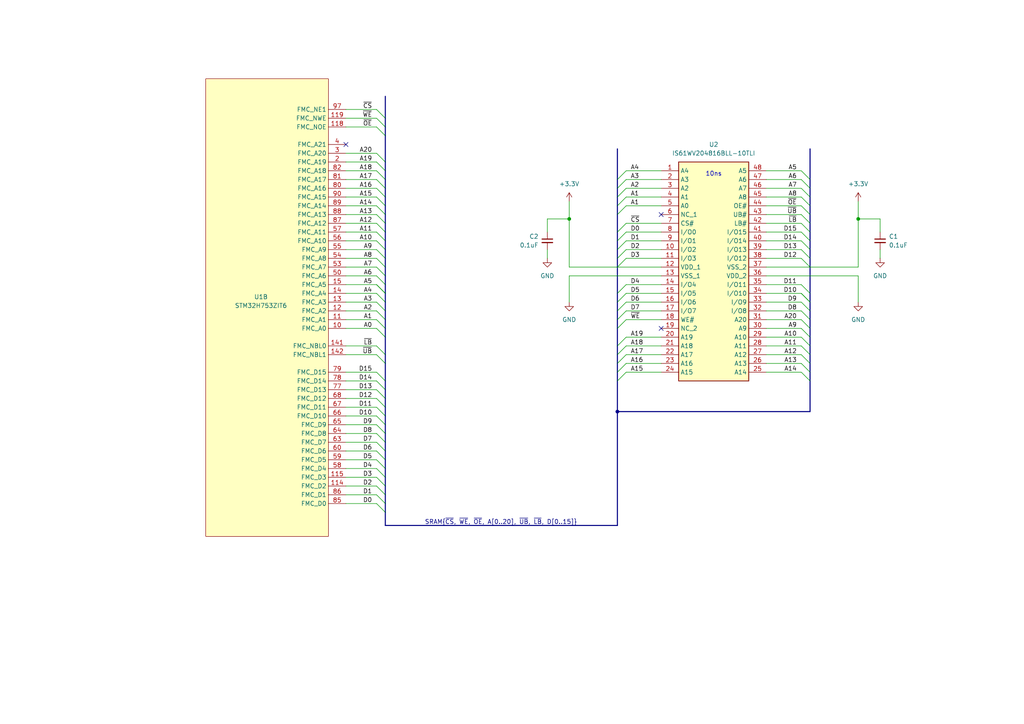
<source format=kicad_sch>
(kicad_sch (version 20231120) (generator "eeschema") (generator_version "8.0")
  (paper "A4")
  (lib_symbols
    (symbol "Device:C_Small" (pin_numbers hide) (pin_names (offset 0.254) hide)
      (property "Reference" "C" (at 0.254 1.778 0))
      (property "Value" "C_Small" (at 0.254 -2.032 0))
      (symbol "C_Small_0_1"
        (polyline (pts (xy -1.524 -0.508) (xy 1.524 -0.508)) (stroke (width 0.3302)))
        (polyline (pts (xy -1.524 0.508) (xy 1.524 0.508)) (stroke (width 0.3048)))
      )
      (symbol "C_Small_1_1"
        (pin passive line (at 0 2.54 270) (length 2.032) (name "~") (number "1"))
        (pin passive line (at 0 -2.54 90) (length 2.032) (name "~") (number "2"))
      )
    )
    (symbol "IS61WV204816BLL-10TLI:IS61WV204816BLL-10TLI"
      (property "Reference" "IC" (at 26.67 7.62 0))
      (property "Value" "IS61WV204816BLL-10TLI" (at 26.67 5.08 0))
      (symbol "IS61WV204816BLL-10TLI_1_1"
        (rectangle (start 5.08 2.54) (end 25.4 -60.96) (stroke (width 0.254)) (fill (type background)))
        (pin passive line (at 0 0 0) (length 5.08) (name "A4") (number "1"))
        (pin passive line (at 0 -22.86 0) (length 5.08) (name "I/O2") (number "10"))
        (pin passive line (at 0 -25.4 0) (length 5.08) (name "I/O3") (number "11"))
        (pin passive line (at 0 -27.94 0) (length 5.08) (name "VDD_1") (number "12"))
        (pin passive line (at 0 -30.48 0) (length 5.08) (name "VSS_1") (number "13"))
        (pin passive line (at 0 -33.02 0) (length 5.08) (name "I/O4") (number "14"))
        (pin passive line (at 0 -35.56 0) (length 5.08) (name "I/O5") (number "15"))
        (pin passive line (at 0 -38.1 0) (length 5.08) (name "I/O6") (number "16"))
        (pin passive line (at 0 -40.64 0) (length 5.08) (name "I/O7") (number "17"))
        (pin passive line (at 0 -43.18 0) (length 5.08) (name "WE#") (number "18"))
        (pin passive line (at 0 -45.72 0) (length 5.08) (name "NC_2") (number "19"))
        (pin passive line (at 0 -2.54 0) (length 5.08) (name "A3") (number "2"))
        (pin passive line (at 0 -48.26 0) (length 5.08) (name "A19") (number "20"))
        (pin passive line (at 0 -50.8 0) (length 5.08) (name "A18") (number "21"))
        (pin passive line (at 0 -53.34 0) (length 5.08) (name "A17") (number "22"))
        (pin passive line (at 0 -55.88 0) (length 5.08) (name "A16") (number "23"))
        (pin passive line (at 0 -58.42 0) (length 5.08) (name "A15") (number "24"))
        (pin passive line (at 30.48 -58.42 180) (length 5.08) (name "A14") (number "25"))
        (pin passive line (at 30.48 -55.88 180) (length 5.08) (name "A13") (number "26"))
        (pin passive line (at 30.48 -53.34 180) (length 5.08) (name "A12") (number "27"))
        (pin passive line (at 30.48 -50.8 180) (length 5.08) (name "A11") (number "28"))
        (pin passive line (at 30.48 -48.26 180) (length 5.08) (name "A10") (number "29"))
        (pin passive line (at 0 -5.08 0) (length 5.08) (name "A2") (number "3"))
        (pin passive line (at 30.48 -45.72 180) (length 5.08) (name "A9") (number "30"))
        (pin passive line (at 30.48 -43.18 180) (length 5.08) (name "A20") (number "31"))
        (pin passive line (at 30.48 -40.64 180) (length 5.08) (name "I/O8") (number "32"))
        (pin passive line (at 30.48 -38.1 180) (length 5.08) (name "I/O9") (number "33"))
        (pin passive line (at 30.48 -35.56 180) (length 5.08) (name "I/O10") (number "34"))
        (pin passive line (at 30.48 -33.02 180) (length 5.08) (name "I/O11") (number "35"))
        (pin passive line (at 30.48 -30.48 180) (length 5.08) (name "VDD_2") (number "36"))
        (pin passive line (at 30.48 -27.94 180) (length 5.08) (name "VSS_2") (number "37"))
        (pin passive line (at 30.48 -25.4 180) (length 5.08) (name "I/O12") (number "38"))
        (pin passive line (at 30.48 -22.86 180) (length 5.08) (name "I/O13") (number "39"))
        (pin passive line (at 0 -7.62 0) (length 5.08) (name "A1") (number "4"))
        (pin passive line (at 30.48 -20.32 180) (length 5.08) (name "I/O14") (number "40"))
        (pin passive line (at 30.48 -17.78 180) (length 5.08) (name "I/O15") (number "41"))
        (pin passive line (at 30.48 -15.24 180) (length 5.08) (name "LB#") (number "42"))
        (pin passive line (at 30.48 -12.7 180) (length 5.08) (name "UB#") (number "43"))
        (pin passive line (at 30.48 -10.16 180) (length 5.08) (name "OE#") (number "44"))
        (pin passive line (at 30.48 -7.62 180) (length 5.08) (name "A8") (number "45"))
        (pin passive line (at 30.48 -5.08 180) (length 5.08) (name "A7") (number "46"))
        (pin passive line (at 30.48 -2.54 180) (length 5.08) (name "A6") (number "47"))
        (pin passive line (at 30.48 0 180) (length 5.08) (name "A5") (number "48"))
        (pin passive line (at 0 -10.16 0) (length 5.08) (name "A0") (number "5"))
        (pin passive line (at 0 -12.7 0) (length 5.08) (name "NC_1") (number "6"))
        (pin passive line (at 0 -15.24 0) (length 5.08) (name "CS#") (number "7"))
        (pin passive line (at 0 -17.78 0) (length 5.08) (name "I/O0") (number "8"))
        (pin passive line (at 0 -20.32 0) (length 5.08) (name "I/O1") (number "9"))
      )
    )
    (symbol "power:+3.3V" (power) (pin_numbers hide) (pin_names (offset 0) hide)
      (property "Value" "+3.3V" (at 0 3.556 0))
      (symbol "+3.3V_0_1"
        (polyline (pts (xy -0.762 1.27) (xy 0 2.54)))
        (polyline (pts (xy 0 0) (xy 0 2.54)))
        (polyline (pts (xy 0 2.54) (xy 0.762 1.27)))
      )
      (symbol "+3.3V_1_1"
        (pin power_in line (at 0 0 90) (length 0) (name "~") (number "1"))
      )
    )
    (symbol "power:GND" (power) (pin_numbers hide) (pin_names (offset 0) hide)
      (property "Value" "GND" (at 0 -3.81 0))
      (symbol "GND_0_1"
        (polyline (pts (xy 0 0) (xy 0 -1.27) (xy 1.27 -1.27) (xy 0 -2.54) (xy -1.27 -1.27) (xy 0 -1.27)))
      )
      (symbol "GND_1_1"
        (pin power_in line (at 0 0 270) (length 0) (name "~") (number "1"))
      )
    )
    (symbol "stm32h753:STM32H753ZITx" (exclude_from_sim yes)
      (property "Reference" "U1" (at -7.366 22.86 0))
      (property "Value" "STM32H753ZIT6" (at -7.366 20.32 0))
      (symbol "STM32H753ZITx_1_1"
        (rectangle (start -20.32 46.99) (end 21.59 -15.24) (fill (type background)))
        (pin power_out line (at 26.67 33.02 180) (length 5.08) (name "VCAP") (number "106"))
        (pin passive line (at 0 -20.32 90) (length 5.08) hide (name "VSS") (number "107"))
        (pin power_in line (at 3.81 52.07 270) (length 5.08) (name "VDD") (number "108"))
        (pin passive line (at 0 -20.32 90) (length 5.08) hide (name "VSS") (number "120"))
        (pin power_in line (at 6.35 52.07 270) (length 5.08) (name "VDD") (number "121"))
        (pin passive line (at 0 -20.32 90) (length 5.08) hide (name "VSS") (number "130"))
        (pin power_in line (at 8.89 52.07 270) (length 5.08) (name "VDD") (number "131"))
        (pin input line (at -11.43 -20.32 90) (length 5.08) (name "BOOT0") (number "138"))
        (pin input line (at -25.4 6.35 0) (length 5.08) (name "PDR_ON") (number "143"))
        (pin power_in line (at 11.43 52.07 270) (length 5.08) (name "VDD") (number "144"))
        (pin power_in line (at 3.81 -20.32 90) (length 5.08) (name "VSS") (number "16"))
        (pin power_in line (at -13.97 52.07 270) (length 5.08) (name "VDD") (number "17"))
        (pin bidirectional line (at -25.4 33.02 0) (length 5.08) (name "PH0") (number "23"))
        (pin bidirectional line (at -25.4 12.7 0) (length 5.08) (name "PH1") (number "24"))
        (pin input line (at -25.4 -10.16 0) (length 5.08) (name "NRST") (number "25"))
        (pin power_in line (at -11.43 52.07 270) (length 5.08) (name "VDD") (number "30"))
        (pin power_in line (at 6.35 -20.32 90) (length 5.08) (name "VSSA") (number "31"))
        (pin input line (at 27.305 23.495 180) (length 5.08) (name "VREF+") (number "32"))
        (pin power_in line (at 16.51 52.07 270) (length 5.08) (name "VDDA") (number "33"))
        (pin passive line (at 0 -20.32 90) (length 5.08) hide (name "VSS") (number "38"))
        (pin power_in line (at -8.89 52.07 270) (length 5.08) (name "VDD") (number "39"))
        (pin passive line (at 0 -20.32 90) (length 5.08) hide (name "VSS") (number "51"))
        (pin power_in line (at -6.35 52.07 270) (length 5.08) (name "VDD") (number "52"))
        (pin power_in line (at -16.51 52.07 270) (length 5.08) (name "VBAT") (number "6"))
        (pin passive line (at 0 -20.32 90) (length 5.08) hide (name "VSS") (number "61"))
        (pin power_in line (at -3.81 52.07 270) (length 5.08) (name "VDD") (number "62"))
        (pin power_out line (at 26.67 30.48 180) (length 5.08) (name "VCAP") (number "71"))
        (pin power_in line (at -1.27 52.07 270) (length 5.08) (name "VDD") (number "72"))
        (pin input line (at 26.67 -3.81 180) (length 5.08) (name "RCC_OSC32_IN") (number "8"))
        (pin passive line (at 0 -20.32 90) (length 5.08) hide (name "VSS") (number "83"))
        (pin power_in line (at 1.27 52.07 270) (length 5.08) (name "VDD") (number "84"))
        (pin output line (at 26.67 12.7 180) (length 5.08) (name "RCC_OSC32_OUT") (number "9"))
        (pin passive line (at 0 -20.32 90) (length 5.08) hide (name "VSS") (number "94"))
        (pin power_in line (at 13.97 52.07 270) (length 5.08) (name "VDD33_USB") (number "95"))
      )
      (symbol "STM32H753ZITx_2_1"
        (rectangle (start -13.97 76.2) (end 21.59 -56.515) (fill (type background)))
        (pin output line (at 26.67 3.81 180) (length 5.08) (name "FMC_A0") (number "10"))
        (pin output line (at 26.67 6.35 180) (length 5.08) (name "FMC_A1") (number "11"))
        (pin bidirectional line (at 26.67 -41.91 180) (length 5.08) (name "FMC_D2") (number "114"))
        (pin bidirectional line (at 26.67 -39.37 180) (length 5.08) (name "FMC_D3") (number "115"))
        (pin output line (at 26.67 62.23 180) (length 5.08) (name "FMC_NOE") (number "118"))
        (pin output line (at 26.67 64.77 180) (length 5.08) (name "FMC_NWE") (number "119"))
        (pin output line (at 26.67 8.89 180) (length 5.08) (name "FMC_A2") (number "12"))
        (pin output line (at 26.67 11.43 180) (length 5.08) (name "FMC_A3") (number "13"))
        (pin output line (at 26.67 13.97 180) (length 5.08) (name "FMC_A4") (number "14"))
        (pin output line (at 26.67 -1.27 180) (length 5.08) (name "FMC_NBL0") (number "141"))
        (pin output line (at 26.67 -3.81 180) (length 5.08) (name "FMC_NBL1") (number "142"))
        (pin output line (at 26.67 16.51 180) (length 5.08) (name "FMC_A5") (number "15"))
        (pin output line (at 26.67 52.07 180) (length 5.08) (name "FMC_A19") (number "2"))
        (pin output line (at 26.67 54.61 180) (length 5.08) (name "FMC_A20") (number "3"))
        (pin output line (at 26.67 57.15 180) (length 5.08) (name "FMC_A21") (number "4"))
        (pin output line (at 26.67 19.05 180) (length 5.08) (name "FMC_A6") (number "50"))
        (pin output line (at 26.67 21.59 180) (length 5.08) (name "FMC_A7") (number "53"))
        (pin output line (at 26.67 24.13 180) (length 5.08) (name "FMC_A8") (number "54"))
        (pin output line (at 26.67 26.67 180) (length 5.08) (name "FMC_A9") (number "55"))
        (pin output line (at 26.67 29.21 180) (length 5.08) (name "FMC_A10") (number "56"))
        (pin output line (at 26.67 31.75 180) (length 5.08) (name "FMC_A11") (number "57"))
        (pin bidirectional line (at 26.67 -36.83 180) (length 5.08) (name "FMC_D4") (number "58"))
        (pin bidirectional line (at 26.67 -34.29 180) (length 5.08) (name "FMC_D5") (number "59"))
        (pin bidirectional line (at 26.67 -31.75 180) (length 5.08) (name "FMC_D6") (number "60"))
        (pin bidirectional line (at 26.67 -29.21 180) (length 5.08) (name "FMC_D7") (number "63"))
        (pin bidirectional line (at 26.67 -26.67 180) (length 5.08) (name "FMC_D8") (number "64"))
        (pin bidirectional line (at 26.67 -24.13 180) (length 5.08) (name "FMC_D9") (number "65"))
        (pin bidirectional line (at 26.67 -21.59 180) (length 5.08) (name "FMC_D10") (number "66"))
        (pin bidirectional line (at 26.67 -19.05 180) (length 5.08) (name "FMC_D11") (number "67"))
        (pin bidirectional line (at 26.67 -16.51 180) (length 5.08) (name "FMC_D12") (number "68"))
        (pin bidirectional line (at 26.67 -13.97 180) (length 5.08) (name "FMC_D13") (number "77"))
        (pin bidirectional line (at 26.67 -11.43 180) (length 5.08) (name "FMC_D14") (number "78"))
        (pin bidirectional line (at 26.67 -8.89 180) (length 5.08) (name "FMC_D15") (number "79"))
        (pin output line (at 26.67 44.45 180) (length 5.08) (name "FMC_A16") (number "80"))
        (pin output line (at 26.67 46.99 180) (length 5.08) (name "FMC_A17") (number "81"))
        (pin output line (at 26.67 49.53 180) (length 5.08) (name "FMC_A18") (number "82"))
        (pin bidirectional line (at 26.67 -46.99 180) (length 5.08) (name "FMC_D0") (number "85"))
        (pin bidirectional line (at 26.67 -44.45 180) (length 5.08) (name "FMC_D1") (number "86"))
        (pin output line (at 26.67 34.29 180) (length 5.08) (name "FMC_A12") (number "87"))
        (pin output line (at 26.67 36.83 180) (length 5.08) (name "FMC_A13") (number "88"))
        (pin output line (at 26.67 39.37 180) (length 5.08) (name "FMC_A14") (number "89"))
        (pin output line (at 26.67 41.91 180) (length 5.08) (name "FMC_A15") (number "90"))
        (pin output line (at 26.67 67.31 180) (length 5.08) (name "FMC_NE1") (number "97"))
      )
      (symbol "STM32H753ZITx_3_1"
        (rectangle (start -10.16 17.145) (end 8.89 -17.145) (fill (type background)))
        (pin bidirectional line (at 13.97 -8.89 180) (length 5.08) (name "ETH_TX_EN") (number "126"))
        (pin bidirectional line (at 13.97 12.7 180) (length 5.08) (name "ETH_MDC") (number "27"))
        (pin bidirectional line (at 13.97 -12.7 180) (length 5.08) (name "ETH_REF_CLK") (number "35"))
        (pin bidirectional line (at 13.97 10.16 180) (length 5.08) (name "ETH_MDIO") (number "36"))
        (pin bidirectional line (at 13.97 -5.08 180) (length 5.08) (name "ETH_CRS_DV") (number "43"))
        (pin input line (at 13.97 0 180) (length 5.08) (name "ETH_RXD0") (number "44"))
        (pin input line (at 13.97 2.54 180) (length 5.08) (name "ETH_RXD1") (number "45"))
        (pin output line (at 13.97 5.08 180) (length 5.08) (name "ETH_TXD0") (number "73"))
        (pin output line (at 13.97 7.62 180) (length 5.08) (name "ETH_TXD1") (number "74"))
      )
      (symbol "STM32H753ZITx_4_1"
        (rectangle (start -12.065 31.115) (end 11.43 -5.715) (fill (type background)))
        (pin input line (at 16.51 7.62 180) (length 5.08) (name "USB_OTG_FS_VBUS") (number "101"))
        (pin bidirectional line (at 16.51 12.7 180) (length 5.08) (name "USB_OTG_FS_DM") (number "103"))
        (pin bidirectional line (at 16.51 10.16 180) (length 5.08) (name "USB_OTG_FS_DP") (number "104"))
      )
      (symbol "STM32H753ZITx_5_1"
        (rectangle (start -11.43 30.48) (end 11.43 0.635) (fill (type background)))
        (pin bidirectional line (at 16.51 15.24 180) (length 5.08) (name "DEBUG_JTMS-SWDIO") (number "105"))
        (pin bidirectional line (at 16.51 12.7 180) (length 5.08) (name "DEBUG_JTCK-SWCLK") (number "109"))
      )
      (symbol "STM32H753ZITx_6_1"
        (rectangle (start -4.445 15.24) (end 15.24 -13.97) (fill (type background)))
        (pin bidirectional line (at 20.32 -1.27 180) (length 5.08) (name "SDMMC1_D2") (number "111"))
        (pin bidirectional line (at 20.32 1.27 180) (length 5.08) (name "SDMMC1_D3") (number "112"))
        (pin bidirectional line (at 20.32 6.35 180) (length 5.08) (name "SDMMC1_CK") (number "113"))
        (pin output line (at 20.32 3.81 180) (length 5.08) (name "SDMMC1_CMD") (number "116"))
        (pin bidirectional line (at 20.32 -6.35 180) (length 5.08) (name "SDMMC1_D0") (number "98"))
        (pin bidirectional line (at 20.32 -3.81 180) (length 5.08) (name "SDMMC1_D1") (number "99"))
      )
      (symbol "STM32H753ZITx_7_1"
        (rectangle (start -10.795 20.32) (end 11.43 -17.145) (fill (type background)))
        (pin input line (at 16.51 -8.89 180) (length 5.08) (name "UART5_RX") (number "135"))
        (pin output line (at 16.51 -11.43 180) (length 5.08) (name "UART5_TX") (number "136"))
        (pin input line (at 16.51 13.97 180) (length 5.08) (name "UART7_RX") (number "18"))
        (pin output line (at 16.51 11.43 180) (length 5.08) (name "UART7_TX") (number "19"))
        (pin output line (at 16.51 8.89 180) (length 5.08) (name "UART7_RTS") (number "20"))
        (pin input line (at 16.51 6.35 180) (length 5.08) (name "UART7_CTS") (number "21"))
      )
      (symbol "STM32H753ZITx_8_1"
        (rectangle (start -15.24 76.2) (end 12.7 -57.15) (fill (type background)))
        (pin no_connect line (at -20.32 7.62 0) (length 5.08) (name "PE2") (number "1"))
        (pin no_connect line (at 17.78 49.53 180) (length 5.08) (name "PA8") (number "100"))
        (pin no_connect line (at 17.78 44.45 180) (length 5.08) (name "PA10") (number "102"))
        (pin no_connect line (at 17.78 38.1 180) (length 5.08) (name "PA15") (number "110"))
        (pin no_connect line (at 17.78 -38.1 180) (length 5.08) (name "PD3") (number "117"))
        (pin no_connect line (at 17.78 -45.72 180) (length 5.08) (name "PD6") (number "122"))
        (pin no_connect line (at 17.78 -48.26 180) (length 5.08) (name "PD7") (number "123"))
        (pin no_connect line (at -20.32 30.48 0) (length 5.08) (name "PG9") (number "124"))
        (pin no_connect line (at -20.32 27.94 0) (length 5.08) (name "PG10") (number "125"))
        (pin no_connect line (at -20.32 22.86 0) (length 5.08) (name "PG12") (number "127"))
        (pin no_connect line (at -20.32 20.32 0) (length 5.08) (name "PG13") (number "128"))
        (pin no_connect line (at -20.32 17.78 0) (length 5.08) (name "PG14") (number "129"))
        (pin no_connect line (at -20.32 15.24 0) (length 5.08) (name "PG15") (number "132"))
        (pin no_connect line (at 17.78 25.4 180) (length 5.08) (name "PB3") (number "133"))
        (pin no_connect line (at 17.78 22.86 180) (length 5.08) (name "PB4") (number "134"))
        (pin no_connect line (at 17.78 15.24 180) (length 5.08) (name "PB7") (number "137"))
        (pin no_connect line (at 17.78 12.7 180) (length 5.08) (name "PB8") (number "139"))
        (pin no_connect line (at 17.78 10.16 180) (length 5.08) (name "PB9") (number "140"))
        (pin no_connect line (at -20.32 -15.24 0) (length 5.08) (name "PF10") (number "22"))
        (pin no_connect line (at 17.78 -10.16 180) (length 5.08) (name "PC0") (number "26"))
        (pin no_connect line (at 17.78 -15.24 180) (length 5.08) (name "PC2_C") (number "28"))
        (pin no_connect line (at 17.78 -17.78 180) (length 5.08) (name "PC3_C") (number "29"))
        (pin no_connect line (at 17.78 69.85 180) (length 5.08) (name "PA0") (number "34"))
        (pin no_connect line (at 17.78 62.23 180) (length 5.08) (name "PA3") (number "37"))
        (pin no_connect line (at 17.78 59.69 180) (length 5.08) (name "PA4") (number "40"))
        (pin no_connect line (at 17.78 57.15 180) (length 5.08) (name "PA5") (number "41"))
        (pin no_connect line (at 17.78 54.61 180) (length 5.08) (name "PA6") (number "42"))
        (pin no_connect line (at 17.78 33.02 180) (length 5.08) (name "PB0") (number "46"))
        (pin no_connect line (at 17.78 30.48 180) (length 5.08) (name "PB1") (number "47"))
        (pin no_connect line (at 17.78 27.94 180) (length 5.08) (name "PB2") (number "48"))
        (pin no_connect line (at -20.32 -17.78 0) (length 5.08) (name "PF11") (number "49"))
        (pin no_connect line (at -20.32 -2.54 0) (length 5.08) (name "PE6") (number "5"))
        (pin no_connect line (at 17.78 7.62 180) (length 5.08) (name "PB10") (number "69"))
        (pin no_connect line (at 17.78 -33.02 180) (length 5.08) (name "PC13") (number "7"))
        (pin no_connect line (at 17.78 5.08 180) (length 5.08) (name "PB11") (number "70"))
        (pin no_connect line (at 17.78 -2.54 180) (length 5.08) (name "PB14") (number "75"))
        (pin no_connect line (at 17.78 -5.08 180) (length 5.08) (name "PB15") (number "76"))
        (pin no_connect line (at -20.32 38.1 0) (length 5.08) (name "PG6") (number "91"))
        (pin no_connect line (at -20.32 35.56 0) (length 5.08) (name "PG7") (number "92"))
        (pin no_connect line (at -20.32 33.02 0) (length 5.08) (name "PG8") (number "93"))
        (pin no_connect line (at 17.78 -25.4 180) (length 5.08) (name "PC6") (number "96"))
      )
    )
  )
  (junction (at 179.07 119.38))
  (junction (at 165.1 63.5))
  (junction (at 248.92 63.5))
  (no_connect (at 100.33 41.91))
  (no_connect (at 191.77 62.23))
  (no_connect (at 191.77 95.25))
  (bus_entry (at 234.95 62.23) (size -2.54 -2.54))
  (bus_entry (at 179.07 92.71) (size 2.54 -2.54))
  (bus_entry (at 109.22 36.83) (size 2.54 2.54))
  (bus_entry (at 179.07 72.39) (size 2.54 -2.54))
  (bus_entry (at 109.22 143.51) (size 2.54 2.54))
  (bus_entry (at 234.95 57.15) (size -2.54 -2.54))
  (bus_entry (at 109.22 115.57) (size 2.54 2.54))
  (bus_entry (at 179.07 110.49) (size 2.54 -2.54))
  (bus_entry (at 109.22 138.43) (size 2.54 2.54))
  (bus_entry (at 234.95 87.63) (size -2.54 -2.54))
  (bus_entry (at 109.22 130.81) (size 2.54 2.54))
  (bus_entry (at 179.07 90.17) (size 2.54 -2.54))
  (bus_entry (at 179.07 74.93) (size 2.54 -2.54))
  (bus_entry (at 179.07 59.69) (size 2.54 -2.54))
  (bus_entry (at 109.22 110.49) (size 2.54 2.54))
  (bus_entry (at 109.22 62.23) (size 2.54 2.54))
  (bus_entry (at 109.22 92.71) (size 2.54 2.54))
  (bus_entry (at 109.22 59.69) (size 2.54 2.54))
  (bus_entry (at 234.95 105.41) (size -2.54 -2.54))
  (bus_entry (at 234.95 95.25) (size -2.54 -2.54))
  (bus_entry (at 109.22 120.65) (size 2.54 2.54))
  (bus_entry (at 179.07 57.15) (size 2.54 -2.54))
  (bus_entry (at 109.22 95.25) (size 2.54 2.54))
  (bus_entry (at 109.22 113.03) (size 2.54 2.54))
  (bus_entry (at 109.22 46.99) (size 2.54 2.54))
  (bus_entry (at 179.07 87.63) (size 2.54 -2.54))
  (bus_entry (at 109.22 49.53) (size 2.54 2.54))
  (bus_entry (at 109.22 128.27) (size 2.54 2.54))
  (bus_entry (at 234.95 100.33) (size -2.54 -2.54))
  (bus_entry (at 109.22 146.05) (size 2.54 2.54))
  (bus_entry (at 234.95 54.61) (size -2.54 -2.54))
  (bus_entry (at 109.22 123.19) (size 2.54 2.54))
  (bus_entry (at 109.22 82.55) (size 2.54 2.54))
  (bus_entry (at 234.95 90.17) (size -2.54 -2.54))
  (bus_entry (at 109.22 74.93) (size 2.54 2.54))
  (bus_entry (at 234.95 107.95) (size -2.54 -2.54))
  (bus_entry (at 234.95 92.71) (size -2.54 -2.54))
  (bus_entry (at 109.22 87.63) (size 2.54 2.54))
  (bus_entry (at 109.22 100.33) (size 2.54 2.54))
  (bus_entry (at 179.07 85.09) (size 2.54 -2.54))
  (bus_entry (at 179.07 69.85) (size 2.54 -2.54))
  (bus_entry (at 179.07 62.23) (size 2.54 -2.54))
  (bus_entry (at 179.07 107.95) (size 2.54 -2.54))
  (bus_entry (at 179.07 102.87) (size 2.54 -2.54))
  (bus_entry (at 109.22 54.61) (size 2.54 2.54))
  (bus_entry (at 109.22 118.11) (size 2.54 2.54))
  (bus_entry (at 234.95 102.87) (size -2.54 -2.54))
  (bus_entry (at 179.07 67.31) (size 2.54 -2.54))
  (bus_entry (at 234.95 69.85) (size -2.54 -2.54))
  (bus_entry (at 234.95 97.79) (size -2.54 -2.54))
  (bus_entry (at 109.22 31.75) (size 2.54 2.54))
  (bus_entry (at 109.22 102.87) (size 2.54 2.54))
  (bus_entry (at 234.95 85.09) (size -2.54 -2.54))
  (bus_entry (at 179.07 95.25) (size 2.54 -2.54))
  (bus_entry (at 109.22 52.07) (size 2.54 2.54))
  (bus_entry (at 109.22 64.77) (size 2.54 2.54))
  (bus_entry (at 109.22 34.29) (size 2.54 2.54))
  (bus_entry (at 109.22 77.47) (size 2.54 2.54))
  (bus_entry (at 109.22 72.39) (size 2.54 2.54))
  (bus_entry (at 234.95 64.77) (size -2.54 -2.54))
  (bus_entry (at 109.22 57.15) (size 2.54 2.54))
  (bus_entry (at 109.22 67.31) (size 2.54 2.54))
  (bus_entry (at 109.22 140.97) (size 2.54 2.54))
  (bus_entry (at 179.07 105.41) (size 2.54 -2.54))
  (bus_entry (at 109.22 82.55) (size 2.54 2.54))
  (bus_entry (at 234.95 74.93) (size -2.54 -2.54))
  (bus_entry (at 109.22 85.09) (size 2.54 2.54))
  (bus_entry (at 109.22 69.85) (size 2.54 2.54))
  (bus_entry (at 234.95 59.69) (size -2.54 -2.54))
  (bus_entry (at 109.22 44.45) (size 2.54 2.54))
  (bus_entry (at 234.95 52.07) (size -2.54 -2.54))
  (bus_entry (at 234.95 67.31) (size -2.54 -2.54))
  (bus_entry (at 232.41 74.93) (size 2.54 2.54))
  (bus_entry (at 109.22 133.35) (size 2.54 2.54))
  (bus_entry (at 179.07 100.33) (size 2.54 -2.54))
  (bus_entry (at 109.22 107.95) (size 2.54 2.54))
  (bus_entry (at 109.22 80.01) (size 2.54 2.54))
  (bus_entry (at 179.07 77.47) (size 2.54 -2.54))
  (bus_entry (at 179.07 52.07) (size 2.54 -2.54))
  (bus_entry (at 109.22 125.73) (size 2.54 2.54))
  (bus_entry (at 179.07 54.61) (size 2.54 -2.54))
  (bus_entry (at 109.22 90.17) (size 2.54 2.54))
  (bus_entry (at 234.95 87.63) (size -2.54 -2.54))
  (bus_entry (at 234.95 72.39) (size -2.54 -2.54))
  (bus_entry (at 109.22 135.89) (size 2.54 2.54))
  (bus_entry (at 234.95 110.49) (size -2.54 -2.54))
  (bus (pts (xy 179.07 59.69) (xy 179.07 62.23)))
  (bus (pts (xy 111.76 77.47) (xy 111.76 80.01)))
  (wire (pts (xy 232.41 67.31) (xy 222.25 67.31)))
  (bus (pts (xy 111.76 59.69) (xy 111.76 62.23)))
  (wire (pts (xy 100.33 67.31) (xy 109.22 67.31)))
  (wire (pts (xy 100.33 138.43) (xy 109.22 138.43)))
  (wire (pts (xy 248.92 58.42) (xy 248.92 63.5)))
  (wire (pts (xy 248.92 87.63) (xy 248.92 80.01)))
  (wire (pts (xy 100.33 46.99) (xy 109.22 46.99)))
  (wire (pts (xy 248.92 77.47) (xy 234.95 77.47)))
  (wire (pts (xy 165.1 58.42) (xy 165.1 63.5)))
  (wire (pts (xy 179.07 77.47) (xy 191.77 77.47)))
  (bus (pts (xy 111.76 52.07) (xy 111.76 54.61)))
  (bus (pts (xy 111.76 46.99) (xy 111.76 49.53)))
  (wire (pts (xy 100.33 44.45) (xy 109.22 44.45)))
  (bus (pts (xy 179.07 52.07) (xy 179.07 54.61)))
  (wire (pts (xy 232.41 87.63) (xy 222.25 87.63)))
  (bus (pts (xy 179.07 107.95) (xy 179.07 110.49)))
  (wire (pts (xy 100.33 146.05) (xy 109.22 146.05)))
  (wire (pts (xy 100.33 69.85) (xy 109.22 69.85)))
  (wire (pts (xy 232.41 100.33) (xy 222.25 100.33)))
  (bus (pts (xy 111.76 125.73) (xy 111.76 128.27)))
  (bus (pts (xy 111.76 74.93) (xy 111.76 77.47)))
  (wire (pts (xy 100.33 113.03) (xy 109.22 113.03)))
  (wire (pts (xy 181.61 107.95) (xy 191.77 107.95)))
  (wire (pts (xy 100.33 74.93) (xy 109.22 74.93)))
  (bus (pts (xy 179.07 43.18) (xy 179.07 52.07)))
  (wire (pts (xy 232.41 72.39) (xy 222.25 72.39)))
  (bus (pts (xy 111.76 115.57) (xy 111.76 118.11)))
  (wire (pts (xy 181.61 49.53) (xy 191.77 49.53)))
  (wire (pts (xy 100.33 135.89) (xy 109.22 135.89)))
  (bus (pts (xy 179.07 69.85) (xy 179.07 72.39)))
  (bus (pts (xy 111.76 62.23) (xy 111.76 64.77)))
  (wire (pts (xy 232.41 92.71) (xy 222.25 92.71)))
  (wire (pts (xy 165.1 63.5) (xy 165.1 77.47)))
  (wire (pts (xy 232.41 82.55) (xy 222.25 82.55)))
  (wire (pts (xy 100.33 54.61) (xy 109.22 54.61)))
  (wire (pts (xy 100.33 57.15) (xy 109.22 57.15)))
  (wire (pts (xy 255.27 72.39) (xy 255.27 74.93)))
  (wire (pts (xy 100.33 143.51) (xy 109.22 143.51)))
  (wire (pts (xy 100.33 115.57) (xy 109.22 115.57)))
  (bus (pts (xy 179.07 54.61) (xy 179.07 57.15)))
  (wire (pts (xy 165.1 87.63) (xy 165.1 80.01)))
  (bus (pts (xy 111.76 97.79) (xy 111.76 102.87)))
  (wire (pts (xy 181.61 59.69) (xy 191.77 59.69)))
  (wire (pts (xy 158.75 72.39) (xy 158.75 74.93)))
  (wire (pts (xy 232.41 102.87) (xy 222.25 102.87)))
  (bus (pts (xy 234.95 67.31) (xy 234.95 69.85)))
  (wire (pts (xy 181.61 69.85) (xy 191.77 69.85)))
  (bus (pts (xy 111.76 135.89) (xy 111.76 138.43)))
  (bus (pts (xy 234.95 90.17) (xy 234.95 92.71)))
  (bus (pts (xy 179.07 77.47) (xy 179.07 85.09)))
  (bus (pts (xy 111.76 128.27) (xy 111.76 130.81)))
  (wire (pts (xy 181.61 100.33) (xy 191.77 100.33)))
  (wire (pts (xy 100.33 107.95) (xy 109.22 107.95)))
  (bus (pts (xy 111.76 110.49) (xy 111.76 113.03)))
  (bus (pts (xy 111.76 123.19) (xy 111.76 125.73)))
  (wire (pts (xy 232.41 74.93) (xy 222.25 74.93)))
  (bus (pts (xy 179.07 57.15) (xy 179.07 59.69)))
  (bus (pts (xy 111.76 49.53) (xy 111.76 52.07)))
  (bus (pts (xy 234.95 87.63) (xy 234.95 90.17)))
  (bus (pts (xy 111.76 152.4) (xy 179.07 152.4)))
  (wire (pts (xy 232.41 85.09) (xy 222.25 85.09)))
  (bus (pts (xy 111.76 72.39) (xy 111.76 74.93)))
  (bus (pts (xy 179.07 95.25) (xy 179.07 100.33)))
  (wire (pts (xy 232.41 90.17) (xy 222.25 90.17)))
  (bus (pts (xy 111.76 36.83) (xy 111.76 39.37)))
  (bus (pts (xy 111.76 34.29) (xy 111.76 36.83)))
  (wire (pts (xy 232.41 52.07) (xy 222.25 52.07)))
  (bus (pts (xy 111.76 113.03) (xy 111.76 115.57)))
  (bus (pts (xy 234.95 105.41) (xy 234.95 107.95)))
  (bus (pts (xy 234.95 74.93) (xy 234.95 77.47)))
  (bus (pts (xy 111.76 138.43) (xy 111.76 140.97)))
  (bus (pts (xy 234.95 102.87) (xy 234.95 105.41)))
  (bus (pts (xy 179.07 85.09) (xy 179.07 87.63)))
  (bus (pts (xy 111.76 67.31) (xy 111.76 69.85)))
  (bus (pts (xy 111.76 27.94) (xy 111.76 34.29)))
  (wire (pts (xy 100.33 140.97) (xy 109.22 140.97)))
  (wire (pts (xy 165.1 77.47) (xy 179.07 77.47)))
  (wire (pts (xy 100.33 82.55) (xy 109.22 82.55)))
  (bus (pts (xy 234.95 92.71) (xy 234.95 95.25)))
  (wire (pts (xy 100.33 59.69) (xy 109.22 59.69)))
  (wire (pts (xy 181.61 92.71) (xy 191.77 92.71)))
  (wire (pts (xy 234.95 77.47) (xy 222.25 77.47)))
  (wire (pts (xy 232.41 95.25) (xy 222.25 95.25)))
  (wire (pts (xy 181.61 64.77) (xy 191.77 64.77)))
  (bus (pts (xy 111.76 146.05) (xy 111.76 148.59)))
  (wire (pts (xy 181.61 97.79) (xy 191.77 97.79)))
  (bus (pts (xy 111.76 120.65) (xy 111.76 123.19)))
  (bus (pts (xy 111.76 85.09) (xy 111.76 87.63)))
  (wire (pts (xy 181.61 105.41) (xy 191.77 105.41)))
  (wire (pts (xy 181.61 85.09) (xy 191.77 85.09)))
  (wire (pts (xy 100.33 72.39) (xy 109.22 72.39)))
  (bus (pts (xy 179.07 72.39) (xy 179.07 74.93)))
  (wire (pts (xy 181.61 72.39) (xy 191.77 72.39)))
  (wire (pts (xy 100.33 110.49) (xy 109.22 110.49)))
  (bus (pts (xy 111.76 64.77) (xy 111.76 67.31)))
  (wire (pts (xy 100.33 49.53) (xy 109.22 49.53)))
  (wire (pts (xy 232.41 64.77) (xy 222.25 64.77)))
  (bus (pts (xy 111.76 105.41) (xy 111.76 110.49)))
  (bus (pts (xy 179.07 119.38) (xy 234.95 119.38)))
  (wire (pts (xy 100.33 34.29) (xy 109.22 34.29)))
  (bus (pts (xy 179.07 102.87) (xy 179.07 105.41)))
  (wire (pts (xy 232.41 105.41) (xy 222.25 105.41)))
  (bus (pts (xy 111.76 102.87) (xy 111.76 105.41)))
  (bus (pts (xy 111.76 92.71) (xy 111.76 95.25)))
  (bus (pts (xy 111.76 82.55) (xy 111.76 85.09)))
  (bus (pts (xy 111.76 87.63) (xy 111.76 90.17)))
  (bus (pts (xy 234.95 119.38) (xy 234.95 110.49)))
  (wire (pts (xy 158.75 63.5) (xy 165.1 63.5)))
  (bus (pts (xy 111.76 57.15) (xy 111.76 59.69)))
  (bus (pts (xy 111.76 148.59) (xy 111.76 152.4)))
  (bus (pts (xy 179.07 92.71) (xy 179.07 95.25)))
  (wire (pts (xy 232.41 107.95) (xy 222.25 107.95)))
  (bus (pts (xy 111.76 90.17) (xy 111.76 92.71)))
  (wire (pts (xy 181.61 67.31) (xy 191.77 67.31)))
  (wire (pts (xy 232.41 49.53) (xy 222.25 49.53)))
  (wire (pts (xy 255.27 67.31) (xy 255.27 63.5)))
  (wire (pts (xy 181.61 74.93) (xy 191.77 74.93)))
  (wire (pts (xy 100.33 87.63) (xy 109.22 87.63)))
  (wire (pts (xy 181.61 52.07) (xy 191.77 52.07)))
  (bus (pts (xy 179.07 62.23) (xy 179.07 67.31)))
  (wire (pts (xy 232.41 54.61) (xy 222.25 54.61)))
  (bus (pts (xy 179.07 67.31) (xy 179.07 69.85)))
  (wire (pts (xy 100.33 125.73) (xy 109.22 125.73)))
  (wire (pts (xy 100.33 90.17) (xy 109.22 90.17)))
  (wire (pts (xy 100.33 85.09) (xy 109.22 85.09)))
  (wire (pts (xy 158.75 67.31) (xy 158.75 63.5)))
  (bus (pts (xy 111.76 143.51) (xy 111.76 146.05)))
  (bus (pts (xy 179.07 119.38) (xy 179.07 152.4)))
  (wire (pts (xy 100.33 31.75) (xy 109.22 31.75)))
  (bus (pts (xy 234.95 95.25) (xy 234.95 97.79)))
  (bus (pts (xy 179.07 110.49) (xy 179.07 119.38)))
  (wire (pts (xy 232.41 59.69) (xy 222.25 59.69)))
  (bus (pts (xy 111.76 130.81) (xy 111.76 133.35)))
  (bus (pts (xy 234.95 97.79) (xy 234.95 100.33)))
  (wire (pts (xy 165.1 80.01) (xy 191.77 80.01)))
  (wire (pts (xy 232.41 62.23) (xy 222.25 62.23)))
  (wire (pts (xy 181.61 57.15) (xy 191.77 57.15)))
  (bus (pts (xy 234.95 64.77) (xy 234.95 67.31)))
  (bus (pts (xy 111.76 80.01) (xy 111.76 82.55)))
  (wire (pts (xy 100.33 92.71) (xy 109.22 92.71)))
  (wire (pts (xy 100.33 118.11) (xy 109.22 118.11)))
  (wire (pts (xy 232.41 57.15) (xy 222.25 57.15)))
  (bus (pts (xy 234.95 43.18) (xy 234.95 52.07)))
  (wire (pts (xy 100.33 80.01) (xy 109.22 80.01)))
  (wire (pts (xy 100.33 128.27) (xy 109.22 128.27)))
  (wire (pts (xy 100.33 130.81) (xy 109.22 130.81)))
  (bus (pts (xy 234.95 59.69) (xy 234.95 62.23)))
  (bus (pts (xy 179.07 105.41) (xy 179.07 107.95)))
  (bus (pts (xy 234.95 107.95) (xy 234.95 110.49)))
  (wire (pts (xy 181.61 82.55) (xy 191.77 82.55)))
  (bus (pts (xy 111.76 39.37) (xy 111.76 46.99)))
  (wire (pts (xy 232.41 69.85) (xy 222.25 69.85)))
  (bus (pts (xy 179.07 74.93) (xy 179.07 77.47)))
  (wire (pts (xy 100.33 133.35) (xy 109.22 133.35)))
  (wire (pts (xy 100.33 100.33) (xy 109.22 100.33)))
  (wire (pts (xy 100.33 36.83) (xy 109.22 36.83)))
  (bus (pts (xy 111.76 95.25) (xy 111.76 97.79)))
  (wire (pts (xy 248.92 63.5) (xy 248.92 77.47)))
  (bus (pts (xy 179.07 100.33) (xy 179.07 102.87)))
  (wire (pts (xy 100.33 52.07) (xy 109.22 52.07)))
  (wire (pts (xy 255.27 63.5) (xy 248.92 63.5)))
  (bus (pts (xy 234.95 69.85) (xy 234.95 72.39)))
  (bus (pts (xy 111.76 118.11) (xy 111.76 120.65)))
  (wire (pts (xy 100.33 62.23) (xy 109.22 62.23)))
  (wire (pts (xy 181.61 102.87) (xy 191.77 102.87)))
  (wire (pts (xy 100.33 64.77) (xy 109.22 64.77)))
  (wire (pts (xy 100.33 120.65) (xy 109.22 120.65)))
  (bus (pts (xy 234.95 77.47) (xy 234.95 85.09)))
  (wire (pts (xy 181.61 90.17) (xy 191.77 90.17)))
  (wire (pts (xy 181.61 54.61) (xy 191.77 54.61)))
  (wire (pts (xy 181.61 87.63) (xy 191.77 87.63)))
  (wire (pts (xy 100.33 123.19) (xy 109.22 123.19)))
  (bus (pts (xy 111.76 140.97) (xy 111.76 143.51)))
  (bus (pts (xy 111.76 69.85) (xy 111.76 72.39)))
  (wire (pts (xy 100.33 77.47) (xy 109.22 77.47)))
  (bus (pts (xy 234.95 57.15) (xy 234.95 59.69)))
  (bus (pts (xy 111.76 133.35) (xy 111.76 135.89)))
  (wire (pts (xy 248.92 80.01) (xy 222.25 80.01)))
  (bus (pts (xy 234.95 52.07) (xy 234.95 54.61)))
  (bus (pts (xy 179.07 90.17) (xy 179.07 92.71)))
  (wire (pts (xy 100.33 95.25) (xy 109.22 95.25)))
  (bus (pts (xy 111.76 54.61) (xy 111.76 57.15)))
  (bus (pts (xy 234.95 100.33) (xy 234.95 102.87)))
  (bus (pts (xy 179.07 87.63) (xy 179.07 90.17)))
  (bus (pts (xy 234.95 72.39) (xy 234.95 74.93)))
  (wire (pts (xy 232.41 97.79) (xy 222.25 97.79)))
  (wire (pts (xy 100.33 102.87) (xy 109.22 102.87)))
  (bus (pts (xy 234.95 85.09) (xy 234.95 87.63)))
  (bus (pts (xy 234.95 54.61) (xy 234.95 57.15)))
  (bus (pts (xy 234.95 62.23) (xy 234.95 64.77)))
  (text "10ns" (at 207.01 50.546 0) (effects (font (size 1.27 1.27))))
  (label "A3" (at 182.88 52.07 0))
  (label "D12" (at 231.14 74.93 180))
  (label "D15" (at 107.95 107.95 180))
  (label "D13" (at 231.14 72.39 180))
  (label "D4" (at 107.95 135.89 180))
  (label "A4" (at 107.95 85.09 180))
  (label "A15" (at 182.88 107.95 0))
  (label "A19" (at 182.88 97.79 0))
  (label "~{LB}" (at 231.14 64.77 180))
  (label "D12" (at 107.95 115.57 180))
  (label "A5" (at 107.95 82.55 180))
  (label "SRAM{~{CS}, ~{WE}, ~{OE}, A[0..20], ~{UB}, ~{LB}, D[0..15]}" (at 123.19 152.4 0))
  (label "A1" (at 107.95 92.71 180))
  (label "A11" (at 231.14 100.33 180))
  (label "A19" (at 107.95 46.99 180))
  (label "D10" (at 231.14 85.09 180))
  (label "A16" (at 107.95 54.61 180))
  (label "D10" (at 107.95 120.65 180))
  (label "A13" (at 107.95 62.23 180))
  (label "D2" (at 182.88 72.39 0))
  (label "~{CS}" (at 182.88 64.77 0))
  (label "D7" (at 182.88 90.17 0))
  (label "D14" (at 107.95 110.49 180))
  (label "~{OE}" (at 231.14 59.69 180))
  (label "~{CS}" (at 107.95 31.75 180))
  (label "A18" (at 182.88 100.33 0))
  (label "D15" (at 231.14 67.31 180))
  (label "A7" (at 107.95 77.47 180))
  (label "A17" (at 182.88 102.87 0))
  (label "D3" (at 107.95 138.43 180))
  (label "A7" (at 231.14 54.61 180))
  (label "D3" (at 182.88 74.93 0))
  (label "D0" (at 107.95 146.05 180))
  (label "D9" (at 231.14 87.63 180))
  (label "A11" (at 107.95 67.31 180))
  (label "A8" (at 107.95 74.93 180))
  (label "D13" (at 107.95 113.03 180))
  (label "A1" (at 182.88 57.15 0))
  (label "D9" (at 107.95 123.19 180))
  (label "A20" (at 107.95 44.45 180))
  (label "~{OE}" (at 107.95 36.83 180))
  (label "D5" (at 182.88 85.09 0))
  (label "A1" (at 182.88 59.69 0))
  (label "A14" (at 107.95 59.69 180))
  (label "A9" (at 231.14 95.25 180))
  (label "A5" (at 231.14 49.53 180))
  (label "A6" (at 107.95 80.01 180))
  (label "A2" (at 182.88 54.61 0))
  (label "D0" (at 182.88 67.31 0))
  (label "A10" (at 231.14 97.79 180))
  (label "A9" (at 107.95 72.39 180))
  (label "D6" (at 182.88 87.63 0))
  (label "A20" (at 231.14 92.71 180))
  (label "A6" (at 231.14 52.07 180))
  (label "D2" (at 107.95 140.97 180))
  (label "A16" (at 182.88 105.41 0))
  (label "A0" (at 107.95 95.25 180))
  (label "D8" (at 107.95 125.73 180))
  (label "A13" (at 231.14 105.41 180))
  (label "A12" (at 231.14 102.87 180))
  (label "A3" (at 107.95 87.63 180))
  (label "A12" (at 107.95 64.77 180))
  (label "D8" (at 231.14 90.17 180))
  (label "~{UB}" (at 107.95 102.87 180))
  (label "A18" (at 107.95 49.53 180))
  (label "D1" (at 182.88 69.85 0))
  (label "A10" (at 107.95 69.85 180))
  (label "~{WE}" (at 107.95 34.29 180))
  (label "D14" (at 231.14 69.85 180))
  (label "A15" (at 107.95 57.15 180))
  (label "A8" (at 231.14 57.15 180))
  (label "D6" (at 107.95 130.81 180))
  (label "D4" (at 182.88 82.55 0))
  (label "D7" (at 107.95 128.27 180))
  (label "~{WE}" (at 182.88 92.71 0))
  (label "D11" (at 107.95 118.11 180))
  (label "~{LB}" (at 107.95 100.33 180))
  (label "A4" (at 182.88 49.53 0))
  (label "~{UB}" (at 231.14 62.23 180))
  (label "D11" (at 231.14 82.55 180))
  (label "A2" (at 107.95 90.17 180))
  (label "A14" (at 231.14 107.95 180))
  (label "D5" (at 107.95 133.35 180))
  (label "A17" (at 107.95 52.07 180))
  (label "D1" (at 107.95 143.51 180))
  (symbol (lib_id "power:GND") (at 165.1 87.63 0) (unit 1)
    (property "Reference" "#PWR03" (effects (hide yes)))
    (property "Value" "GND" (at 165.1 92.71 0))
    (property "Description" "Power symbol creates a global label with name \"GND\" , ground" (effects (hide yes)))
  )
  (symbol (lib_id "power:GND") (at 158.75 74.93 0) (mirror y) (unit 1)
    (property "Reference" "#PWR07" (effects (hide yes)))
    (property "Value" "GND" (at 158.75 80.01 0))
    (property "Description" "Power symbol creates a global label with name \"GND\" , ground" (effects (hide yes)))
  )
  (symbol (lib_id "power:+3.3V") (at 165.1 58.42 0) (mirror y) (unit 1)
    (property "Reference" "#PWR06" (effects (hide yes)))
    (property "Value" "+3.3V" (at 165.1 53.34 0))
    (property "Description" "Power symbol creates a global label with name \"+3.3V\"" (effects (hide yes)))
  )
  (symbol (lib_id "Device:C_Small") (at 255.27 69.85 0) (unit 1)
    (property "Reference" "C1" (at 257.81 68.5862 0) (effects (justify left)))
    (property "Value" "0.1uF" (at 257.81 71.1262 0) (effects (justify left)))
    (property "Footprint" "Capacitor_SMD:C_0402_1005Metric" (effects (hide yes)))
    (property "Description" "Unpolarized capacitor, small symbol" (effects (hide yes)))
  )
  (symbol (lib_id "stm32h753:STM32H753ZITx") (at 73.66 99.06 0) (unit 2) (exclude_from_sim yes)
    (property "Reference" "U1" (at 75.692 86.106 0))
    (property "Value" "STM32H753ZIT6" (at 75.692 88.646 0))
    (property "Footprint" "Package_QFP:LQFP-144_20x20mm_P0.5mm" (effects (hide yes)))
    (property "Datasheet" "http://partdb.rockgarden.net/en/part/613/info" (effects (hide yes)))
    (property "Description" "ARM® Cortex®-M7 STM32H7 Microcontroller IC 32-Bit Single-Core 480MHz 2MB (2M x 8) FLASH 144-LQFP (20x20)" (effects (hide yes)))
    (property "Category" "Semiconductors/ICs/Microcontrollers/ARM" (effects (hide yes)))
    (property "MPN" "STM32H753ZIT6" (effects (hide yes)))
    (property "Manufacturer" "STMicroelectronics" (effects (hide yes)))
    (property "Manufacturing Status" "Active" (effects (hide yes)))
    (property "Part-DB Footprint" "144-LQFP (20x20)" (effects (hide yes)))
    (property "Part-DB ID" "613" (effects (hide yes)))
  )
  (symbol (lib_id "power:+3.3V") (at 248.92 58.42 0) (unit 1)
    (property "Reference" "#PWR02" (effects (hide yes)))
    (property "Value" "+3.3V" (at 248.92 53.34 0))
    (property "Description" "Power symbol creates a global label with name \"+3.3V\"" (effects (hide yes)))
  )
  (symbol (lib_id "power:GND") (at 255.27 74.93 0) (unit 1)
    (property "Reference" "#PWR05" (effects (hide yes)))
    (property "Value" "GND" (at 255.27 80.01 0))
    (property "Description" "Power symbol creates a global label with name \"GND\" , ground" (effects (hide yes)))
  )
  (symbol (lib_id "Device:C_Small") (at 158.75 69.85 0) (mirror y) (unit 1)
    (property "Reference" "C2" (at 156.21 68.5862 0) (effects (justify left)))
    (property "Value" "0.1uF" (at 156.21 71.1262 0) (effects (justify left)))
    (property "Footprint" "Capacitor_SMD:C_0402_1005Metric" (effects (hide yes)))
    (property "Description" "Unpolarized capacitor, small symbol" (effects (hide yes)))
  )
  (symbol (lib_id "power:GND") (at 248.92 87.63 0) (mirror y) (unit 1)
    (property "Reference" "#PWR04" (effects (hide yes)))
    (property "Value" "GND" (at 248.92 92.71 0))
    (property "Description" "Power symbol creates a global label with name \"GND\" , ground" (effects (hide yes)))
  )
  (symbol (lib_id "IS61WV204816BLL-10TLI:IS61WV204816BLL-10TLI") (at 191.77 49.53 0) (unit 1)
    (property "Reference" "U2" (at 207.01 41.91 0))
    (property "Value" "IS61WV204816BLL-10TLI" (at 207.01 44.45 0))
    (property "Footprint" "SOP50P2000X120-48N:SOP50P2000X120-48N" (effects (hide yes)))
    (property "Datasheet" "http://www.issi.com/WW/pdf/61-64WV204816BLL.pdf" (effects (hide yes)))
    (property "Description" "IC SRAM 32M PARALLEL 48TSOP I" (effects (hide yes)))
    (property "Height" "1.2" (effects (hide yes)))
    (property "Mouser Part Number" "870-WV204816BLL10TLI" (effects (hide yes)))
    (property "Mouser Price/Stock" "https://www.mouser.co.uk/ProductDetail/ISSI/IS61WV204816BLL-10TLI?qs=cttFivMKqWz%252BDMMKFLCg1w%3D%3D" (effects (hide yes)))
    (property "Manufacturer_Name" "Integrated Silicon Solution Inc." (effects (hide yes)))
    (property "Manufacturer_Part_Number" "IS61WV204816BLL-10TLI" (effects (hide yes)))
  )
)
</source>
